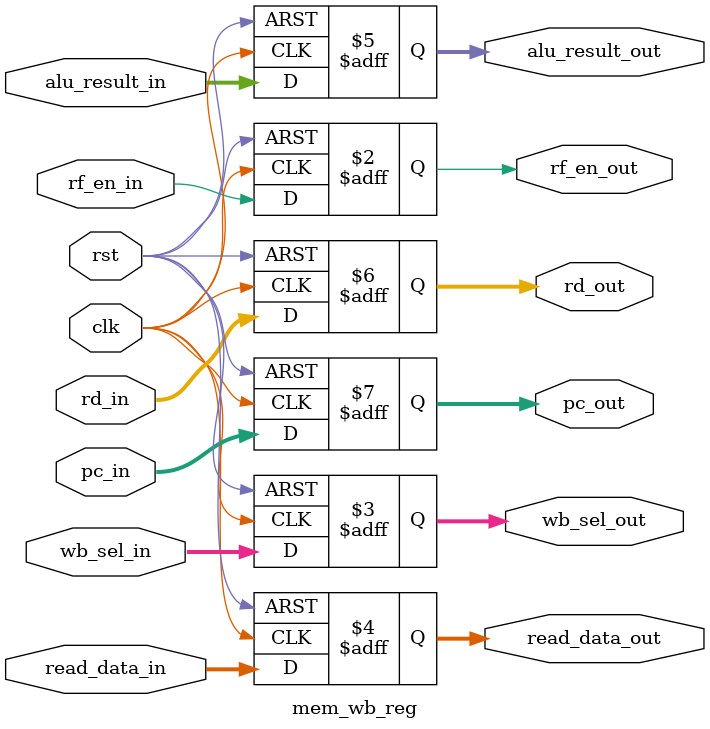
<source format=sv>
module mem_wb_reg (
    input logic clk,
    input logic rst,
    
    // Control
    input logic rf_en_in,
    input logic [1:0] wb_sel_in,
    
    // Data
    input logic [31:0] read_data_in,
    input logic [31:0] alu_result_in,
    input logic [4:0] rd_in,
    input logic [31:0] pc_in,

    // Outputs
    output logic rf_en_out,
    output logic [1:0] wb_sel_out,
    
    output logic [31:0] read_data_out,
    output logic [31:0] alu_result_out,
    output logic [4:0] rd_out,
    output logic [31:0] pc_out
);
    always_ff @(posedge clk or posedge rst) begin
        if (rst) begin
             rf_en_out <= 1'b0;
             wb_sel_out <= 2'b0;
             read_data_out <= 32'b0;
             alu_result_out <= 32'b0;
             rd_out <= 5'b0;
             pc_out <= 32'b0;
        end else begin
             rf_en_out <= rf_en_in;
             wb_sel_out <= wb_sel_in;
             read_data_out <= read_data_in;
             alu_result_out <= alu_result_in;
             rd_out <= rd_in;
             pc_out <= pc_in;
        end
    end
endmodule

</source>
